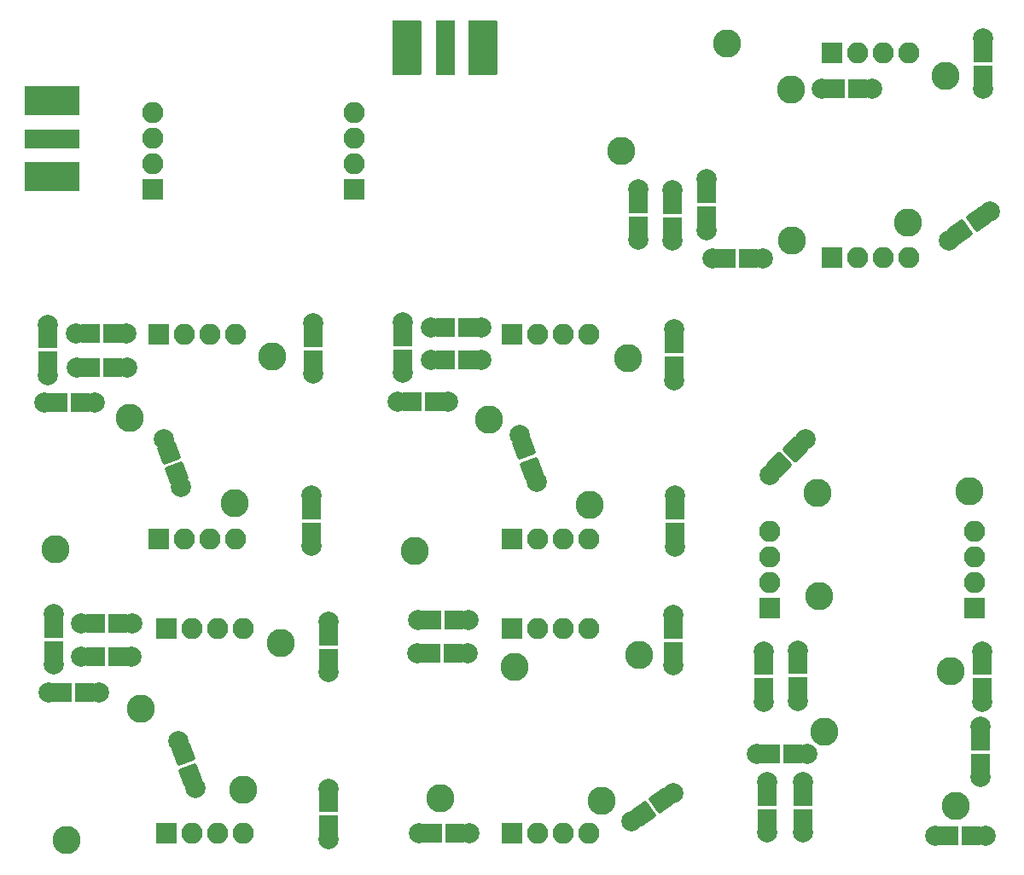
<source format=gbr>
%TF.GenerationSoftware,KiCad,Pcbnew,(6.0.11)*%
%TF.CreationDate,2023-03-05T11:56:58-06:00*%
%TF.ProjectId,BandPassFilter,42616e64-5061-4737-9346-696c7465722e,rev?*%
%TF.SameCoordinates,Original*%
%TF.FileFunction,Soldermask,Top*%
%TF.FilePolarity,Negative*%
%FSLAX46Y46*%
G04 Gerber Fmt 4.6, Leading zero omitted, Abs format (unit mm)*
G04 Created by KiCad (PCBNEW (6.0.11)) date 2023-03-05 11:56:58*
%MOMM*%
%LPD*%
G01*
G04 APERTURE LIST*
G04 Aperture macros list*
%AMRoundRect*
0 Rectangle with rounded corners*
0 $1 Rounding radius*
0 $2 $3 $4 $5 $6 $7 $8 $9 X,Y pos of 4 corners*
0 Add a 4 corners polygon primitive as box body*
4,1,4,$2,$3,$4,$5,$6,$7,$8,$9,$2,$3,0*
0 Add four circle primitives for the rounded corners*
1,1,$1+$1,$2,$3*
1,1,$1+$1,$4,$5*
1,1,$1+$1,$6,$7*
1,1,$1+$1,$8,$9*
0 Add four rect primitives between the rounded corners*
20,1,$1+$1,$2,$3,$4,$5,0*
20,1,$1+$1,$4,$5,$6,$7,0*
20,1,$1+$1,$6,$7,$8,$9,0*
20,1,$1+$1,$8,$9,$2,$3,0*%
G04 Aperture macros list end*
%ADD10C,2.000000*%
%ADD11RoundRect,0.200000X-0.762000X0.762000X-0.762000X-0.762000X0.762000X-0.762000X0.762000X0.762000X0*%
%ADD12RoundRect,0.200000X0.762000X0.762000X-0.762000X0.762000X-0.762000X-0.762000X0.762000X-0.762000X0*%
%ADD13RoundRect,0.200000X-0.976665X0.455426X-0.455426X-0.976665X0.976665X-0.455426X0.455426X0.976665X0*%
%ADD14RoundRect,0.200000X0.762000X-0.762000X0.762000X0.762000X-0.762000X0.762000X-0.762000X-0.762000X0*%
%ADD15RoundRect,0.200000X0.187129X1.061259X-1.061259X0.187129X-0.187129X-1.061259X1.061259X-0.187129X0*%
%ADD16RoundRect,0.200000X-0.762000X-0.762000X0.762000X-0.762000X0.762000X0.762000X-0.762000X0.762000X0*%
%ADD17RoundRect,0.200000X0.000000X1.077631X-1.077631X0.000000X0.000000X-1.077631X1.077631X0.000000X0*%
%ADD18C,2.800000*%
%ADD19RoundRect,0.200000X0.850000X-0.850000X0.850000X0.850000X-0.850000X0.850000X-0.850000X-0.850000X0*%
%ADD20O,2.100000X2.100000*%
%ADD21RoundRect,0.200000X0.850000X0.850000X-0.850000X0.850000X-0.850000X-0.850000X0.850000X-0.850000X0*%
%ADD22RoundRect,0.200000X-2.540000X0.750000X-2.540000X-0.750000X2.540000X-0.750000X2.540000X0.750000X0*%
%ADD23RoundRect,0.200000X-2.540000X1.250000X-2.540000X-1.250000X2.540000X-1.250000X2.540000X1.250000X0*%
%ADD24RoundRect,0.200000X0.750000X2.540000X-0.750000X2.540000X-0.750000X-2.540000X0.750000X-2.540000X0*%
%ADD25RoundRect,0.200000X1.250000X2.540000X-1.250000X2.540000X-1.250000X-2.540000X1.250000X-2.540000X0*%
G04 APERTURE END LIST*
D10*
%TO.C,C1*%
X147940000Y-90330000D03*
D11*
X147940000Y-91730000D03*
D10*
X147940000Y-95330000D03*
D11*
X147940000Y-93930000D03*
%TD*%
D10*
%TO.C,C2*%
X129400000Y-91360000D03*
D12*
X128000000Y-91360000D03*
D10*
X124400000Y-91360000D03*
D12*
X125800000Y-91360000D03*
%TD*%
D10*
%TO.C,C3*%
X129420000Y-94720000D03*
D12*
X128020000Y-94720000D03*
D10*
X124420000Y-94720000D03*
D12*
X125820000Y-94720000D03*
%TD*%
D10*
%TO.C,C4*%
X121580000Y-90450000D03*
D11*
X121580000Y-91850000D03*
D10*
X121580000Y-95450000D03*
D11*
X121580000Y-94050000D03*
%TD*%
D10*
%TO.C,C5*%
X126200000Y-98180000D03*
D12*
X124800000Y-98180000D03*
D10*
X121200000Y-98180000D03*
D12*
X122600000Y-98180000D03*
%TD*%
D10*
%TO.C,C6*%
X147701000Y-107442000D03*
D11*
X147701000Y-108842000D03*
D10*
X147701000Y-112442000D03*
D11*
X147701000Y-111042000D03*
%TD*%
D10*
%TO.C,C7*%
X133096000Y-101854000D03*
D13*
X133574828Y-103169570D03*
D10*
X134806101Y-106552463D03*
D13*
X134327273Y-105236893D03*
%TD*%
D10*
%TO.C,C8*%
X183760000Y-95950000D03*
D14*
X183760000Y-94550000D03*
D10*
X183760000Y-90950000D03*
D14*
X183760000Y-92350000D03*
%TD*%
D10*
%TO.C,C9*%
X164610000Y-90730000D03*
D12*
X163210000Y-90730000D03*
D10*
X159610000Y-90730000D03*
D12*
X161010000Y-90730000D03*
%TD*%
D10*
%TO.C,C10*%
X164630000Y-93950000D03*
D12*
X163230000Y-93950000D03*
D10*
X159630000Y-93950000D03*
D12*
X161030000Y-93950000D03*
%TD*%
D10*
%TO.C,C11*%
X156770000Y-90250000D03*
D11*
X156770000Y-91650000D03*
D10*
X156770000Y-95250000D03*
D11*
X156770000Y-93850000D03*
%TD*%
D10*
%TO.C,C12*%
X168370000Y-101390000D03*
D13*
X168848828Y-102705570D03*
D10*
X170080101Y-106088463D03*
D13*
X169601273Y-104772893D03*
%TD*%
D12*
%TO.C,C13*%
X157700000Y-98100000D03*
D10*
X156300000Y-98100000D03*
D12*
X159900000Y-98100000D03*
D10*
X161300000Y-98100000D03*
%TD*%
%TO.C,C14*%
X183850000Y-107460000D03*
D11*
X183850000Y-108860000D03*
D10*
X183850000Y-112460000D03*
D11*
X183850000Y-111060000D03*
%TD*%
D10*
%TO.C,C15*%
X149420000Y-119970000D03*
D11*
X149420000Y-121370000D03*
D10*
X149420000Y-124970000D03*
D11*
X149420000Y-123570000D03*
%TD*%
D10*
%TO.C,C16*%
X129920000Y-120090000D03*
D12*
X128520000Y-120090000D03*
D10*
X124920000Y-120090000D03*
D12*
X126320000Y-120090000D03*
%TD*%
D10*
%TO.C,C17*%
X129890000Y-123440000D03*
D12*
X128490000Y-123440000D03*
D10*
X124890000Y-123440000D03*
D12*
X126290000Y-123440000D03*
%TD*%
D10*
%TO.C,C18*%
X122140000Y-119190000D03*
D11*
X122140000Y-120590000D03*
D10*
X122140000Y-124190000D03*
D11*
X122140000Y-122790000D03*
%TD*%
D10*
%TO.C,C19*%
X134530000Y-131790000D03*
D13*
X135008828Y-133105570D03*
D10*
X136240101Y-136488463D03*
D13*
X135761273Y-135172893D03*
%TD*%
D10*
%TO.C,C20*%
X126650000Y-126960000D03*
D12*
X125250000Y-126960000D03*
D10*
X121650000Y-126960000D03*
D12*
X123050000Y-126960000D03*
%TD*%
D10*
%TO.C,C21*%
X149420000Y-136510000D03*
D11*
X149420000Y-137910000D03*
D10*
X149420000Y-141510000D03*
D11*
X149420000Y-140110000D03*
%TD*%
D10*
%TO.C,C22*%
X183680000Y-119300000D03*
D11*
X183680000Y-120700000D03*
D10*
X183680000Y-124300000D03*
D11*
X183680000Y-122900000D03*
%TD*%
D10*
%TO.C,C23*%
X183620000Y-136930000D03*
D15*
X182473187Y-137733007D03*
D10*
X179524240Y-139797882D03*
D15*
X180671053Y-138994875D03*
%TD*%
D10*
%TO.C,C24*%
X158310000Y-119750000D03*
D16*
X159710000Y-119750000D03*
D10*
X163310000Y-119750000D03*
D16*
X161910000Y-119750000D03*
%TD*%
D10*
%TO.C,C25*%
X163230000Y-123100000D03*
D12*
X161830000Y-123100000D03*
D10*
X158230000Y-123100000D03*
D12*
X159630000Y-123100000D03*
%TD*%
D10*
%TO.C,C26*%
X158380000Y-140930000D03*
D16*
X159780000Y-140930000D03*
D10*
X163380000Y-140930000D03*
D16*
X161980000Y-140930000D03*
%TD*%
D10*
%TO.C,C27*%
X214375000Y-62050000D03*
D11*
X214375000Y-63450000D03*
D10*
X214375000Y-67050000D03*
D11*
X214375000Y-65650000D03*
%TD*%
D10*
%TO.C,C28*%
X215075000Y-79200000D03*
D15*
X213928187Y-80003007D03*
D10*
X210979240Y-82067882D03*
D15*
X212126053Y-81264875D03*
%TD*%
D10*
%TO.C,C29*%
X203360000Y-67000000D03*
D12*
X201960000Y-67000000D03*
D10*
X198360000Y-67000000D03*
D12*
X199760000Y-67000000D03*
%TD*%
D10*
%TO.C,C30*%
X186930000Y-76050000D03*
D11*
X186930000Y-77450000D03*
D10*
X186930000Y-81050000D03*
D11*
X186930000Y-79650000D03*
%TD*%
D10*
%TO.C,C31*%
X192520000Y-83880000D03*
D12*
X191120000Y-83880000D03*
D10*
X187520000Y-83880000D03*
D12*
X188920000Y-83880000D03*
%TD*%
D10*
%TO.C,C32*%
X183580000Y-82140000D03*
D14*
X183580000Y-80740000D03*
D10*
X183580000Y-77140000D03*
D14*
X183580000Y-78540000D03*
%TD*%
D10*
%TO.C,C33*%
X180170000Y-77060000D03*
D11*
X180170000Y-78460000D03*
D10*
X180170000Y-82060000D03*
D11*
X180170000Y-80660000D03*
%TD*%
D10*
%TO.C,C34*%
X196726000Y-101856000D03*
D17*
X195736051Y-102845949D03*
D10*
X193190466Y-105391534D03*
D17*
X194180416Y-104401584D03*
%TD*%
D10*
%TO.C,C35*%
X192610000Y-122890000D03*
D11*
X192610000Y-124290000D03*
D10*
X192610000Y-127890000D03*
D11*
X192610000Y-126490000D03*
%TD*%
D10*
%TO.C,C36*%
X196000000Y-122810000D03*
D11*
X196000000Y-124210000D03*
D10*
X196000000Y-127810000D03*
D11*
X196000000Y-126410000D03*
%TD*%
D10*
%TO.C,C37*%
X191900000Y-133098000D03*
D16*
X193300000Y-133098000D03*
D10*
X196900000Y-133098000D03*
D16*
X195500000Y-133098000D03*
%TD*%
D10*
%TO.C,C38*%
X196472000Y-135892000D03*
D11*
X196472000Y-137292000D03*
D10*
X196472000Y-140892000D03*
D11*
X196472000Y-139492000D03*
%TD*%
D10*
%TO.C,C39*%
X192916000Y-135892000D03*
D11*
X192916000Y-137292000D03*
D10*
X192916000Y-140892000D03*
D11*
X192916000Y-139492000D03*
%TD*%
D10*
%TO.C,C40*%
X214610000Y-141220000D03*
D12*
X213210000Y-141220000D03*
D10*
X209610000Y-141220000D03*
D12*
X211010000Y-141220000D03*
%TD*%
D10*
%TO.C,C41*%
X214160000Y-135380000D03*
D14*
X214160000Y-133980000D03*
D10*
X214160000Y-130380000D03*
D14*
X214160000Y-131780000D03*
%TD*%
D10*
%TO.C,C42*%
X214270000Y-127910000D03*
D14*
X214270000Y-126510000D03*
D10*
X214270000Y-122910000D03*
D14*
X214270000Y-124310000D03*
%TD*%
D18*
%TO.C,L2*%
X143868600Y-93639452D03*
X140114472Y-108152326D03*
%TD*%
%TO.C,L3*%
X129720000Y-99739705D03*
X122337583Y-112786425D03*
%TD*%
D19*
%TO.C,J1*%
X132588000Y-111760000D03*
D20*
X135128000Y-111760000D03*
X137668000Y-111760000D03*
X140208000Y-111760000D03*
%TD*%
D19*
%TO.C,J2*%
X132588000Y-91440000D03*
D20*
X135128000Y-91440000D03*
X137668000Y-91440000D03*
X140208000Y-91440000D03*
%TD*%
D19*
%TO.C,J3*%
X167640000Y-91440000D03*
D20*
X170180000Y-91440000D03*
X172720000Y-91440000D03*
X175260000Y-91440000D03*
%TD*%
D19*
%TO.C,J4*%
X167640000Y-111760000D03*
D20*
X170180000Y-111760000D03*
X172720000Y-111760000D03*
X175260000Y-111760000D03*
%TD*%
D18*
%TO.C,L1*%
X179132600Y-93813452D03*
X175378472Y-108326326D03*
%TD*%
%TO.C,L4*%
X165360000Y-99849705D03*
X157977583Y-112896425D03*
%TD*%
D19*
%TO.C,J5*%
X133350000Y-120650000D03*
D20*
X135890000Y-120650000D03*
X138430000Y-120650000D03*
X140970000Y-120650000D03*
%TD*%
D19*
%TO.C,J6*%
X133350000Y-140970000D03*
D20*
X135890000Y-140970000D03*
X138430000Y-140970000D03*
X140970000Y-140970000D03*
%TD*%
D18*
%TO.C,L5*%
X144692600Y-122083452D03*
X140938472Y-136596326D03*
%TD*%
%TO.C,L6*%
X130820000Y-128579705D03*
X123437583Y-141626425D03*
%TD*%
D19*
%TO.C,J7*%
X167640000Y-120650000D03*
D20*
X170180000Y-120650000D03*
X172720000Y-120650000D03*
X175260000Y-120650000D03*
%TD*%
D19*
%TO.C,J8*%
X167640000Y-140970000D03*
D20*
X170180000Y-140970000D03*
X172720000Y-140970000D03*
X175260000Y-140970000D03*
%TD*%
D18*
%TO.C,L7*%
X180282600Y-123213452D03*
X176528472Y-137726326D03*
%TD*%
%TO.C,L8*%
X167880000Y-124409705D03*
X160497583Y-137456425D03*
%TD*%
D19*
%TO.C,J9*%
X199390000Y-63500000D03*
D20*
X201930000Y-63500000D03*
X204470000Y-63500000D03*
X207010000Y-63500000D03*
%TD*%
D19*
%TO.C,J10*%
X199390000Y-83820000D03*
D20*
X201930000Y-83820000D03*
X204470000Y-83820000D03*
X207010000Y-83820000D03*
%TD*%
D18*
%TO.C,L9*%
X210642600Y-65803452D03*
X206888472Y-80316326D03*
%TD*%
%TO.C,L10*%
X195310000Y-67140000D03*
X195440000Y-82130000D03*
%TD*%
%TO.C,L11*%
X178496051Y-73253949D03*
X189003658Y-62562494D03*
%TD*%
D21*
%TO.C,J11*%
X193170000Y-118620000D03*
D20*
X193170000Y-116080000D03*
X193170000Y-113540000D03*
X193170000Y-111000000D03*
%TD*%
D21*
%TO.C,J12*%
X213490000Y-118620000D03*
D20*
X213490000Y-116080000D03*
X213490000Y-113540000D03*
X213490000Y-111000000D03*
%TD*%
D18*
%TO.C,L12*%
X197990000Y-107125000D03*
X212980000Y-106995000D03*
%TD*%
%TO.C,L13*%
X198649705Y-130845000D03*
X211696425Y-138227417D03*
%TD*%
%TO.C,L14*%
X211125295Y-124830000D03*
X198078575Y-117447583D03*
%TD*%
D22*
%TO.C,J13*%
X122000000Y-72000000D03*
D23*
X122000000Y-68250000D03*
X122000000Y-75750000D03*
%TD*%
D21*
%TO.C,J14*%
X132000000Y-77000000D03*
D20*
X132000000Y-74460000D03*
X132000000Y-71920000D03*
X132000000Y-69380000D03*
%TD*%
D21*
%TO.C,J15*%
X152000000Y-77000000D03*
D20*
X152000000Y-74460000D03*
X152000000Y-71920000D03*
X152000000Y-69380000D03*
%TD*%
D24*
%TO.C,J16*%
X161000000Y-63000000D03*
D25*
X164750000Y-63000000D03*
X157250000Y-63000000D03*
%TD*%
M02*

</source>
